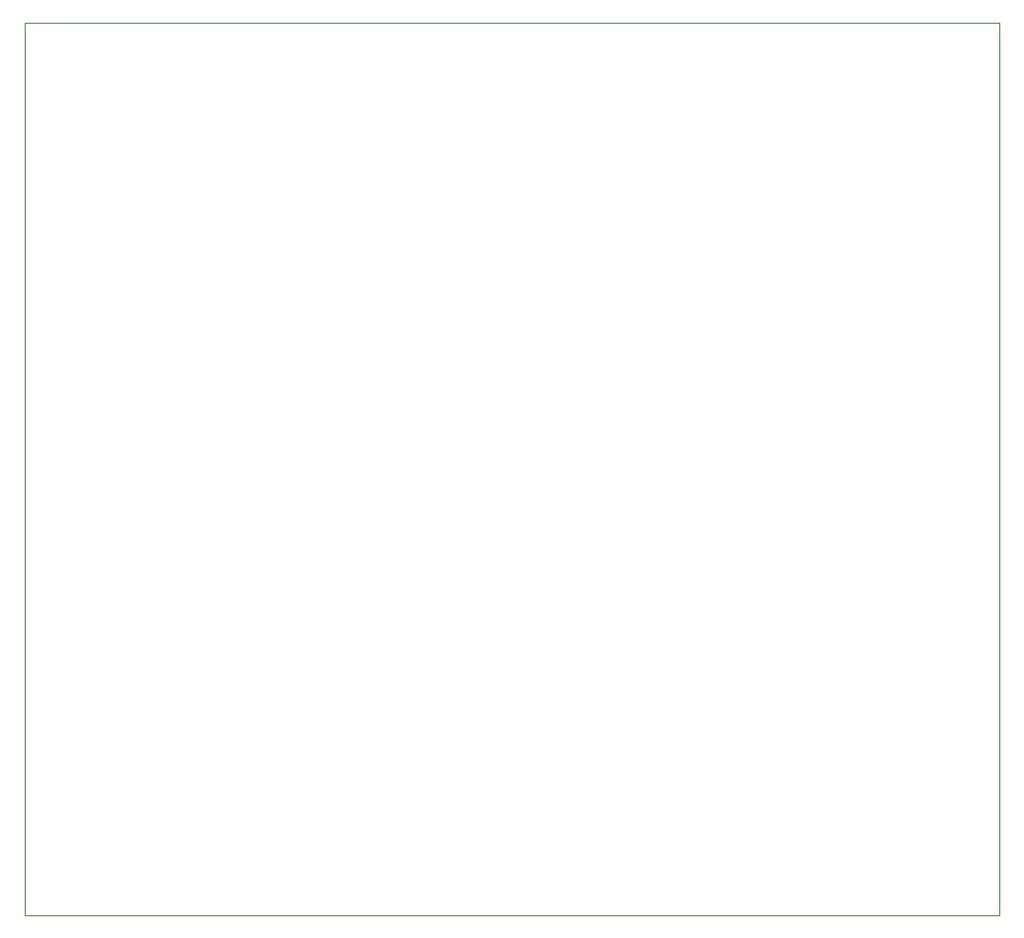
<source format=gm1>
G04 #@! TF.GenerationSoftware,KiCad,Pcbnew,(5.1.4)-1*
G04 #@! TF.CreationDate,2020-08-22T19:17:11-06:00*
G04 #@! TF.ProjectId,smolPad,736d6f6c-5061-4642-9e6b-696361645f70,rev?*
G04 #@! TF.SameCoordinates,Original*
G04 #@! TF.FileFunction,Profile,NP*
%FSLAX46Y46*%
G04 Gerber Fmt 4.6, Leading zero omitted, Abs format (unit mm)*
G04 Created by KiCad (PCBNEW (5.1.4)-1) date 2020-08-22 19:17:11*
%MOMM*%
%LPD*%
G04 APERTURE LIST*
%ADD10C,0.050000*%
G04 APERTURE END LIST*
D10*
X119250000Y-126750000D02*
X119250000Y-50250000D01*
X202750000Y-126750000D02*
X119250000Y-126750000D01*
X202750000Y-50250000D02*
X202750000Y-50500000D01*
X119250000Y-50250000D02*
X202750000Y-50250000D01*
X119250000Y-50250000D02*
X119250000Y-50250000D01*
X202750000Y-126750000D02*
X202750000Y-50500000D01*
M02*

</source>
